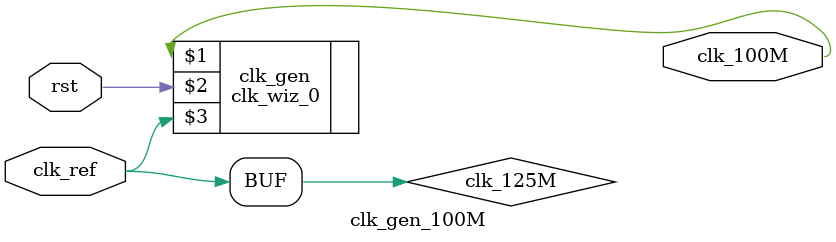
<source format=v>
module clk_gen_100M(
    input    clk_ref,    // 입력: 기준 클럭 (예: FPGA 보드로부터의 125MHz 클럭)
    input    rst,        // 입력: 리셋 신호 (Active High, Clocking Wizard IP의 리셋으로 사용)
    output   clk_100M    // 출력: 생성된 100MHz 클럭
);
    
    // 내부 와이어 선언
    wire     clk_125M = clk_ref; // 입력 clk_ref에 대한 별칭 또는 명시적 와이어.
                                 // clk_wiz_0에 입력될 클럭.

    clk_wiz_0   clk_gen ( clk_100M,rst,clk_125M);
    
endmodule
</source>
